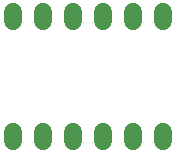
<source format=gbr>
G04 start of page 17 for group -4014 idx -4014 *
G04 Title: (unknown), bottompaste *
G04 Creator: pcb 20110918 *
G04 CreationDate: Sat 01 Feb 2014 02:35:45 AM GMT UTC *
G04 For: vince *
G04 Format: Gerber/RS-274X *
G04 PCB-Dimensions: 300000 110000 *
G04 PCB-Coordinate-Origin: lower left *
%MOIN*%
%FSLAX25Y25*%
%LNBOTTOMPASTE*%
%ADD135C,0.0600*%
G54D135*X152500Y54000D02*Y51000D01*
X162500Y54000D02*Y51000D01*
X172500Y54000D02*Y51000D01*
X182500Y54000D02*Y51000D01*
X192500Y54000D02*Y51000D01*
X202500Y54000D02*Y51000D01*
Y94000D02*Y91000D01*
X192500Y94000D02*Y91000D01*
X182500Y94000D02*Y91000D01*
X172500Y94000D02*Y91000D01*
X162500Y94000D02*Y91000D01*
X152500Y94000D02*Y91000D01*
M02*

</source>
